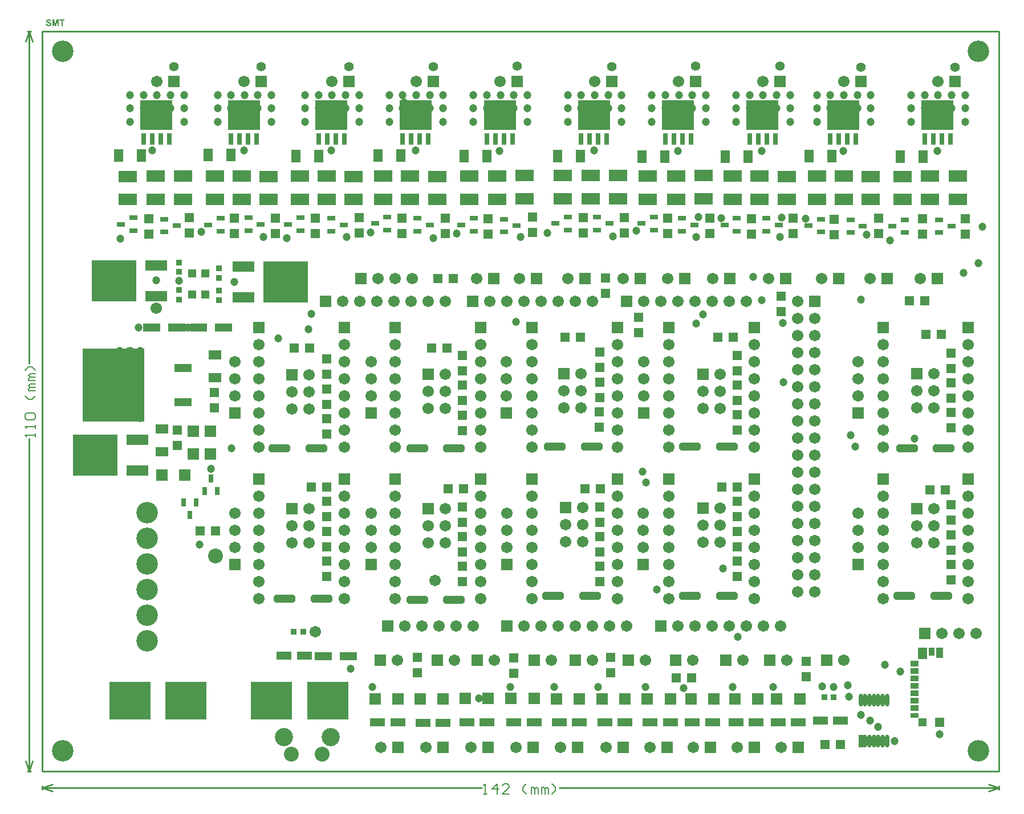
<source format=gts>
%FSTAX43Y43*%
%MOMM*%
G71*
G01*
G75*
G04 Layer_Color=8388736*
%ADD10R,2.540X1.524*%
%ADD11R,1.524X1.524*%
%ADD12R,0.600X1.000*%
%ADD13R,1.143X1.270*%
%ADD14R,1.524X1.524*%
%ADD15R,1.700X1.200*%
%ADD16R,1.270X1.143*%
%ADD17R,0.762X0.762*%
%ADD18R,1.100X1.000*%
%ADD19R,2.400X1.000*%
%ADD20R,3.000X1.400*%
%ADD21R,6.500X6.000*%
%ADD22R,1.000X0.600*%
%ADD23R,0.500X1.600*%
%ADD24R,4.500X4.200*%
G04:AMPARAMS|DCode=25|XSize=3mm|YSize=1mm|CornerRadius=0mm|HoleSize=0mm|Usage=FLASHONLY|Rotation=180.000|XOffset=0mm|YOffset=0mm|HoleType=Round|Shape=Octagon|*
%AMOCTAGOND25*
4,1,8,-1.500,0.250,-1.500,-0.250,-1.250,-0.500,1.250,-0.500,1.500,-0.250,1.500,0.250,1.250,0.500,-1.250,0.500,-1.500,0.250,0.0*
%
%ADD25OCTAGOND25*%

%ADD26R,2.400X1.050*%
%ADD27R,8.900X10.650*%
%ADD28R,1.200X1.700*%
%ADD29R,2.000X1.000*%
%ADD30R,1.200X1.150*%
%ADD31R,1.100X1.100*%
%ADD32R,0.700X1.000*%
%ADD33R,1.000X0.600*%
%ADD34R,1.000X0.700*%
%ADD35R,0.900X1.400*%
%ADD36R,1.200X1.450*%
%ADD37O,0.450X1.700*%
%ADD38R,0.450X1.700*%
%ADD39R,0.762X0.762*%
%ADD40C,0.600*%
%ADD41C,0.500*%
%ADD42C,0.400*%
%ADD43C,0.300*%
%ADD44C,1.200*%
%ADD45C,1.000*%
%ADD46C,1.500*%
%ADD47C,2.540*%
%ADD48C,0.800*%
%ADD49C,2.000*%
%ADD50C,0.700*%
%ADD51C,1.700*%
%ADD52C,1.300*%
%ADD53C,5.500*%
%ADD54C,5.000*%
%ADD55C,1.400*%
%ADD56C,1.600*%
%ADD57C,0.254*%
%ADD58C,0.152*%
%ADD59R,1.500X1.500*%
%ADD60C,1.500*%
%ADD61C,3.000*%
%ADD62R,1.500X1.500*%
%ADD63R,6.000X5.500*%
%ADD64C,2.500*%
%ADD65C,2.000*%
%ADD66C,1.200*%
%ADD67C,1.000*%
%ADD68C,0.250*%
%ADD69C,0.200*%
%ADD70C,0.305*%
%ADD71C,0.150*%
%ADD72C,0.100*%
%ADD73C,0.203*%
%ADD74R,1.700X0.550*%
%ADD75R,0.550X1.700*%
%ADD76R,2.743X1.727*%
%ADD77R,1.727X1.727*%
%ADD78R,0.803X1.203*%
%ADD79R,1.346X1.473*%
%ADD80R,1.727X1.727*%
%ADD81R,1.903X1.403*%
%ADD82R,1.473X1.346*%
%ADD83R,0.965X0.965*%
%ADD84R,1.303X1.203*%
%ADD85R,2.603X1.203*%
%ADD86R,3.203X1.603*%
%ADD87R,6.703X6.203*%
%ADD88R,1.203X0.803*%
%ADD89R,0.703X1.803*%
%ADD90R,4.703X4.403*%
G04:AMPARAMS|DCode=91|XSize=3.203mm|YSize=1.203mm|CornerRadius=0mm|HoleSize=0mm|Usage=FLASHONLY|Rotation=180.000|XOffset=0mm|YOffset=0mm|HoleType=Round|Shape=Octagon|*
%AMOCTAGOND91*
4,1,8,-1.602,0.301,-1.602,-0.301,-1.301,-0.602,1.301,-0.602,1.602,-0.301,1.602,0.301,1.301,0.602,-1.301,0.602,-1.602,0.301,0.0*
%
%ADD91OCTAGOND91*%

%ADD92R,2.603X1.253*%
%ADD93R,9.103X10.853*%
%ADD94R,1.403X1.903*%
%ADD95R,2.203X1.203*%
%ADD96R,1.403X1.353*%
%ADD97R,1.303X1.303*%
%ADD98R,0.903X1.203*%
%ADD99R,1.203X0.803*%
%ADD100R,1.203X0.903*%
%ADD101R,1.103X1.603*%
%ADD102R,1.403X1.653*%
%ADD103O,0.653X1.903*%
%ADD104R,0.653X1.903*%
%ADD105R,0.965X0.965*%
%ADD106R,1.703X1.703*%
%ADD107C,1.703*%
%ADD108C,3.203*%
%ADD109R,1.703X1.703*%
%ADD110R,6.203X5.703*%
%ADD111C,2.703*%
%ADD112C,2.203*%
%ADD113C,1.403*%
%ADD114C,1.203*%
G36*
X0003299Y0111561D02*
X0003013D01*
Y011075D01*
X0002815D01*
Y0111561D01*
X0002528D01*
Y0111726D01*
X0003299D01*
Y0111561D01*
D02*
G37*
G36*
X00024Y011075D02*
X0002218D01*
X0002216Y0111518D01*
X0002023Y011075D01*
X0001834D01*
X0001641Y0111518D01*
Y011075D01*
X0001458D01*
Y0111726D01*
X0001753D01*
X0001929Y0111059D01*
X0002103Y0111726D01*
X00024D01*
Y011075D01*
D02*
G37*
G36*
X0000921Y0111741D02*
X0000937Y011174D01*
X0000955Y0111738D01*
X0000974Y0111735D01*
X0000995Y0111732D01*
X0001039Y0111723D01*
X0001085Y0111708D01*
X0001108Y0111699D01*
X0001129Y0111688D01*
X0001149Y0111676D01*
X0001167Y0111661D01*
X0001169Y0111659D01*
X0001172Y0111656D01*
X0001176Y0111652D01*
X0001182Y0111646D01*
X0001189Y0111639D01*
X0001197Y0111628D01*
X0001206Y0111616D01*
X0001215Y0111603D01*
X0001224Y0111588D01*
X0001231Y0111572D01*
X0001247Y0111536D01*
X0001253Y0111515D01*
X0001259Y0111493D01*
X0001264Y0111469D01*
X0001265Y0111445D01*
X0001068Y0111438D01*
Y0111439D01*
Y0111441D01*
X0001065Y011145D01*
X0001062Y0111463D01*
X0001056Y011148D01*
X0001048Y0111497D01*
X0001039Y0111515D01*
X0001028Y0111532D01*
X0001013Y0111545D01*
X0001011Y0111546D01*
X0001005Y0111551D01*
X0000996Y0111555D01*
X0000983Y0111563D01*
X0000965Y0111569D01*
X0000944Y0111573D01*
X0000919Y0111578D01*
X0000889Y0111579D01*
X0000876D01*
X000086Y0111578D01*
X000084Y0111575D01*
X0000819Y011157D01*
X0000797Y0111564D01*
X0000775Y0111555D01*
X0000756Y0111543D01*
X0000754Y0111542D01*
X0000751Y0111539D01*
X0000747Y0111535D01*
X0000741Y0111527D01*
X0000735Y0111518D01*
X000073Y0111508D01*
X0000727Y0111496D01*
X0000726Y0111483D01*
Y0111481D01*
Y0111477D01*
X0000727Y0111471D01*
X0000729Y0111462D01*
X0000733Y0111453D01*
X0000738Y0111442D01*
X0000745Y0111434D01*
X0000754Y0111423D01*
X0000756Y0111422D01*
X0000762Y0111417D01*
X0000773Y0111411D01*
X0000781Y0111408D01*
X0000791Y0111404D01*
X0000802Y0111398D01*
X0000815Y0111393D01*
X0000828Y0111387D01*
X0000846Y0111383D01*
X0000864Y0111377D01*
X0000885Y0111371D01*
X0000909Y0111364D01*
X0000934Y0111358D01*
X0000935D01*
X000094Y0111356D01*
X0000947Y0111355D01*
X0000958Y0111352D01*
X000097Y0111349D01*
X0000983Y0111344D01*
X0001014Y0111337D01*
X000105Y0111325D01*
X0001084Y0111315D01*
X0001118Y0111301D01*
X0001133Y0111295D01*
X0001146Y0111288D01*
X0001148D01*
X0001149Y0111286D01*
X0001158Y0111282D01*
X000117Y0111273D01*
X0001185Y0111263D01*
X0001203Y0111248D01*
X0001221Y0111231D01*
X0001237Y0111211D01*
X0001253Y0111188D01*
X0001255Y0111185D01*
X0001259Y0111178D01*
X0001267Y0111163D01*
X0001274Y0111145D01*
X000128Y0111123D01*
X0001288Y0111096D01*
X0001292Y0111066D01*
X0001293Y0111034D01*
Y0111032D01*
Y0111029D01*
Y0111025D01*
Y0111019D01*
X0001291Y0111003D01*
X0001288Y0110982D01*
X0001282Y0110958D01*
X0001274Y0110931D01*
X0001262Y0110903D01*
X0001246Y0110875D01*
Y0110873D01*
X0001244Y0110872D01*
X0001237Y0110863D01*
X0001227Y011085D01*
X0001212Y0110835D01*
X0001194Y0110817D01*
X000117Y0110799D01*
X0001145Y0110781D01*
X0001114Y0110766D01*
X0001112D01*
X0001109Y0110765D01*
X0001105Y0110763D01*
X0001099Y011076D01*
X000109Y0110759D01*
X0001081Y0110756D01*
X0001069Y0110753D01*
X0001056Y011075D01*
X0001025Y0110743D01*
X0000989Y0110738D01*
X0000949Y0110734D01*
X0000903Y0110732D01*
X0000885D01*
X0000871Y0110734D01*
X0000857Y0110735D01*
X0000839Y0110737D01*
X0000819Y011074D01*
X0000797Y0110743D01*
X0000751Y0110753D01*
X0000727Y011076D01*
X0000704Y0110768D01*
X0000681Y0110778D01*
X0000659Y0110789D01*
X0000637Y0110802D01*
X0000617Y0110817D01*
X0000616Y0110818D01*
X0000613Y0110821D01*
X0000608Y0110826D01*
X0000601Y0110833D01*
X0000594Y0110842D01*
X0000585Y0110853D01*
X0000576Y0110866D01*
X0000565Y0110879D01*
X0000555Y0110897D01*
X0000545Y0110915D01*
X0000536Y0110936D01*
X0000525Y0110958D01*
X0000518Y0110982D01*
X000051Y0111009D01*
X0000504Y0111037D01*
X00005Y0111066D01*
X0000692Y0111086D01*
Y0111084D01*
X0000693Y0111081D01*
Y0111077D01*
X0000695Y0111069D01*
X0000699Y0111053D01*
X0000707Y0111031D01*
X0000715Y0111009D01*
X0000727Y0110985D01*
X0000742Y0110962D01*
X000076Y0110943D01*
X0000763Y0110942D01*
X000077Y0110936D01*
X0000782Y011093D01*
X0000799Y0110921D01*
X0000819Y0110913D01*
X0000843Y0110906D01*
X0000871Y01109D01*
X0000904Y0110899D01*
X0000921D01*
X0000937Y01109D01*
X0000958Y0110903D01*
X0000981Y0110909D01*
X0001005Y0110915D01*
X0001028Y0110925D01*
X0001047Y0110939D01*
X0001048Y011094D01*
X0001054Y0110946D01*
X0001062Y0110954D01*
X0001072Y0110965D01*
X0001081Y0110979D01*
X0001088Y0110995D01*
X0001094Y0111013D01*
X0001096Y0111032D01*
Y0111034D01*
Y0111038D01*
X0001094Y0111044D01*
X0001093Y0111053D01*
X0001087Y0111071D01*
X0001082Y0111081D01*
X0001075Y011109D01*
X0001074Y0111092D01*
X0001071Y0111095D01*
X0001066Y0111099D01*
X0001059Y0111105D01*
X0001048Y0111113D01*
X0001036Y0111118D01*
X0001022Y0111126D01*
X0001004Y0111133D01*
X0001002D01*
X0000996Y0111136D01*
X0000986Y0111139D01*
X0000971Y0111144D01*
X0000962Y0111147D01*
X000095Y011115D01*
X0000938Y0111153D01*
X0000923Y0111157D01*
X0000907Y0111162D01*
X0000889Y0111166D01*
X000087Y0111171D01*
X0000848Y0111176D01*
X0000846D01*
X000084Y0111178D01*
X0000833Y0111181D01*
X0000822Y0111184D01*
X0000809Y0111187D01*
X0000794Y0111191D01*
X0000762Y0111203D01*
X0000724Y0111217D01*
X0000687Y0111233D01*
X0000655Y0111252D01*
X000064Y0111263D01*
X0000626Y0111273D01*
X0000625Y0111275D01*
X0000622Y0111277D01*
X0000617Y0111282D01*
X0000613Y0111288D01*
X0000605Y0111295D01*
X0000598Y0111304D01*
X0000591Y0111316D01*
X0000582Y0111328D01*
X0000565Y0111356D01*
X0000551Y011139D01*
X0000546Y0111408D01*
X0000542Y0111428D01*
X0000539Y0111448D01*
X0000537Y0111469D01*
Y0111471D01*
Y0111472D01*
Y0111477D01*
Y0111483D01*
X000054Y0111496D01*
X0000543Y0111515D01*
X0000548Y0111536D01*
X0000555Y011156D01*
X0000565Y0111584D01*
X0000579Y0111609D01*
Y011161D01*
X000058Y0111612D01*
X0000586Y0111619D01*
X0000597Y0111631D01*
X000061Y0111646D01*
X0000626Y0111662D01*
X0000647Y0111679D01*
X0000671Y0111695D01*
X0000699Y0111708D01*
X0000701D01*
X0000702Y011171D01*
X0000708Y0111711D01*
X0000714Y0111714D01*
X0000721Y0111716D01*
X000073Y0111719D01*
X0000753Y0111726D01*
X0000781Y0111732D01*
X0000814Y0111737D01*
X0000851Y0111741D01*
X0000891Y0111743D01*
X0000909D01*
X0000921Y0111741D01*
D02*
G37*
D57*
X-0002254Y011D02*
X-0001746D01*
X-0002254Y0D02*
X-0001746D01*
X-0002Y011D02*
X-0001492Y0108476D01*
X-0002508D02*
X-0002Y011D01*
Y0D02*
X-0001492Y0001524D01*
X-0002508D02*
X-0002Y0D01*
Y0060612D02*
Y011D01*
Y0D02*
Y0049388D01*
X0Y0D02*
X0142D01*
X0D02*
Y011D01*
Y-00025D02*
X0065261D01*
X0076739D02*
X0142D01*
X0D02*
X0001524Y-0001992D01*
X0Y-00025D02*
X0001524Y-0003008D01*
X0140476Y-0001992D02*
X0142Y-00025D01*
X0140476Y-0003008D02*
X0142Y-00025D01*
X0Y-0002754D02*
Y-0002246D01*
X0142Y-0002754D02*
Y-0002246D01*
Y0D02*
Y011D01*
X0D02*
X009325D01*
X01134D02*
X0142D01*
X009325D02*
X01134D01*
D58*
X-0001086Y0049642D02*
Y005015D01*
Y0049896D01*
X-0002609D01*
X-0002355Y0049642D01*
X-0001086Y0050912D02*
Y005142D01*
Y0051166D01*
X-0002609D01*
X-0002355Y0050912D01*
Y0052181D02*
X-0002609Y0052435D01*
Y0052943D01*
X-0002355Y0053197D01*
X-000134D01*
X-0001086Y0052943D01*
Y0052435D01*
X-000134Y0052181D01*
X-0002355D01*
X-0001086Y0055736D02*
X-0001594Y0055228D01*
X-0002102D01*
X-0002609Y0055736D01*
X-0001086Y0056498D02*
X-0002102D01*
Y0056752D01*
X-0001848Y0057006D01*
X-0001086D01*
X-0001848D01*
X-0002102Y005726D01*
X-0001848Y0057514D01*
X-0001086D01*
Y0058022D02*
X-0002102D01*
Y0058275D01*
X-0001848Y0058529D01*
X-0001086D01*
X-0001848D01*
X-0002102Y0058783D01*
X-0001848Y0059037D01*
X-0001086D01*
Y0059545D02*
X-0001594Y0060053D01*
X-0002102D01*
X-0002609Y0059545D01*
X0065515Y-0003414D02*
X0066023D01*
X0065769D01*
Y-0001891D01*
X0065515Y-0002145D01*
X0067547Y-0003414D02*
Y-0001891D01*
X0066785Y-0002652D01*
X0067801D01*
X0069324Y-0003414D02*
X0068308D01*
X0069324Y-0002398D01*
Y-0002145D01*
X006907Y-0001891D01*
X0068562D01*
X0068308Y-0002145D01*
X0071863Y-0003414D02*
X0071355Y-0002906D01*
Y-0002398D01*
X0071863Y-0001891D01*
X0072625Y-0003414D02*
Y-0002398D01*
X0072879D01*
X0073133Y-0002652D01*
Y-0003414D01*
Y-0002652D01*
X0073387Y-0002398D01*
X0073641Y-0002652D01*
Y-0003414D01*
X0074149D02*
Y-0002398D01*
X0074402D01*
X0074656Y-0002652D01*
Y-0003414D01*
Y-0002652D01*
X007491Y-0002398D01*
X0075164Y-0002652D01*
Y-0003414D01*
X0075672D02*
X007618Y-0002906D01*
Y-0002398D01*
X0075672Y-0001891D01*
D76*
X00586Y00884D02*
D03*
Y0084971D02*
D03*
X00546Y0085D02*
D03*
Y0088429D02*
D03*
X00127Y00884D02*
D03*
Y0084971D02*
D03*
X00168Y0085D02*
D03*
Y0088429D02*
D03*
X00209Y0085D02*
D03*
Y0088429D02*
D03*
X00256Y0085D02*
D03*
Y0088429D02*
D03*
X00336Y00884D02*
D03*
Y0084971D02*
D03*
X00296Y0085D02*
D03*
Y0088429D02*
D03*
X00382Y0085D02*
D03*
Y0088429D02*
D03*
X00422Y0085D02*
D03*
Y0088429D02*
D03*
X00462Y00884D02*
D03*
Y0084971D02*
D03*
X00506Y0085D02*
D03*
Y0088429D02*
D03*
X00634D02*
D03*
Y0085D02*
D03*
X00675Y0088429D02*
D03*
Y0085D02*
D03*
X00716Y0085071D02*
D03*
Y00885D02*
D03*
X00773Y00851D02*
D03*
Y0088529D02*
D03*
X00814Y00851D02*
D03*
Y0088529D02*
D03*
X00855Y00885D02*
D03*
Y0085071D02*
D03*
X00899Y0085D02*
D03*
Y0088429D02*
D03*
X00941Y0085D02*
D03*
Y0088429D02*
D03*
X00982Y00885D02*
D03*
Y0085071D02*
D03*
X01025Y0085D02*
D03*
Y0088429D02*
D03*
X01105Y00884D02*
D03*
Y0084971D02*
D03*
X01065Y0085D02*
D03*
Y0088429D02*
D03*
X0115Y0085D02*
D03*
Y0088429D02*
D03*
X01359Y0088429D02*
D03*
Y0085D02*
D03*
X01318Y0088429D02*
D03*
Y0085D02*
D03*
X01277Y0084971D02*
D03*
Y00884D02*
D03*
X0123D02*
D03*
Y0084971D02*
D03*
X0119Y0085D02*
D03*
Y0088429D02*
D03*
D77*
X00224Y00471D02*
D03*
Y0050529D02*
D03*
X00249Y00471D02*
D03*
Y0050529D02*
D03*
D78*
X00219Y0038075D02*
D03*
X002095Y0039925D02*
D03*
X002285D02*
D03*
X0025Y0043525D02*
D03*
X002595Y0041675D02*
D03*
X002405D02*
D03*
D79*
X0023414Y00357D02*
D03*
X00257D02*
D03*
X0058714Y00732D02*
D03*
X0061D02*
D03*
X0128714Y00699D02*
D03*
X0131D02*
D03*
X0096386Y00139D02*
D03*
X00941D02*
D03*
X0133486Y00649D02*
D03*
X01312D02*
D03*
X0102586Y00645D02*
D03*
X01003D02*
D03*
X0079886Y00645D02*
D03*
X00776D02*
D03*
X0060086Y00629D02*
D03*
X00578D02*
D03*
X0039686D02*
D03*
X00374D02*
D03*
X0134086Y00418D02*
D03*
X01318D02*
D03*
X0103186Y00422D02*
D03*
X01009D02*
D03*
X0082886Y0042D02*
D03*
X00806D02*
D03*
X0062486D02*
D03*
X00602D02*
D03*
X0042186Y00422D02*
D03*
X00399D02*
D03*
X0116214Y0004D02*
D03*
X01185D02*
D03*
D80*
X00177Y0044D02*
D03*
X0021129D02*
D03*
X0049371Y001075D02*
D03*
X00528D02*
D03*
X0062771Y00108D02*
D03*
X00662D02*
D03*
X0056071Y00107D02*
D03*
X00595D02*
D03*
X007302Y00108D02*
D03*
X0069591D02*
D03*
X007972Y001075D02*
D03*
X0076291D02*
D03*
X008652D02*
D03*
X0083091D02*
D03*
X009322D02*
D03*
X0089791D02*
D03*
X009972D02*
D03*
X0096291D02*
D03*
X010622D02*
D03*
X0102791D02*
D03*
X011247D02*
D03*
X0109041D02*
D03*
D81*
X00177Y00475D02*
D03*
Y00509D02*
D03*
X00256Y00619D02*
D03*
Y00585D02*
D03*
D82*
X002Y0048414D02*
D03*
Y00507D02*
D03*
X00885Y0065214D02*
D03*
Y00675D02*
D03*
X00836Y0071014D02*
D03*
Y00733D02*
D03*
X01097Y0068314D02*
D03*
Y00706D02*
D03*
X00557Y0016886D02*
D03*
Y00146D02*
D03*
X007Y0016786D02*
D03*
Y00145D02*
D03*
X00844Y0014614D02*
D03*
Y00169D02*
D03*
X00991Y0082186D02*
D03*
Y00799D02*
D03*
X01115Y0082186D02*
D03*
Y00799D02*
D03*
X01053Y0082086D02*
D03*
Y00798D02*
D03*
X01134Y0014014D02*
D03*
Y00163D02*
D03*
X00255Y0056286D02*
D03*
Y0054D02*
D03*
X00158Y0082086D02*
D03*
Y00798D02*
D03*
X01349Y0051014D02*
D03*
Y00533D02*
D03*
Y0055414D02*
D03*
Y00577D02*
D03*
Y0062086D02*
D03*
Y00598D02*
D03*
X01032Y0050714D02*
D03*
Y0053D02*
D03*
Y0055114D02*
D03*
Y00574D02*
D03*
Y0061786D02*
D03*
Y00595D02*
D03*
X00827Y0051114D02*
D03*
Y00534D02*
D03*
X00828Y0055514D02*
D03*
Y00578D02*
D03*
Y0062286D02*
D03*
Y006D02*
D03*
X00624Y0050614D02*
D03*
Y00529D02*
D03*
Y0055114D02*
D03*
Y00574D02*
D03*
Y0061786D02*
D03*
Y00595D02*
D03*
X00422Y0050114D02*
D03*
Y00524D02*
D03*
Y0054514D02*
D03*
Y00568D02*
D03*
Y0061286D02*
D03*
Y0059D02*
D03*
X01349Y0028414D02*
D03*
Y00307D02*
D03*
Y0032814D02*
D03*
Y00351D02*
D03*
Y0039586D02*
D03*
Y00373D02*
D03*
X01032Y0028914D02*
D03*
Y00312D02*
D03*
Y0033314D02*
D03*
Y00356D02*
D03*
Y0040086D02*
D03*
Y00378D02*
D03*
X00828Y0028214D02*
D03*
Y00305D02*
D03*
Y0032614D02*
D03*
Y00349D02*
D03*
Y0039286D02*
D03*
Y0037D02*
D03*
X00624Y0028214D02*
D03*
Y00305D02*
D03*
Y0032614D02*
D03*
Y00349D02*
D03*
Y0039286D02*
D03*
Y0037D02*
D03*
X00422Y0028914D02*
D03*
Y00312D02*
D03*
Y0033314D02*
D03*
Y00356D02*
D03*
Y0040086D02*
D03*
Y00378D02*
D03*
X00218Y0082286D02*
D03*
Y008D02*
D03*
X00285Y0082186D02*
D03*
Y00799D02*
D03*
X00346Y0082186D02*
D03*
Y00799D02*
D03*
X00405Y0082186D02*
D03*
Y00799D02*
D03*
X0047Y0082286D02*
D03*
Y008D02*
D03*
X00534Y0082186D02*
D03*
Y00799D02*
D03*
X00598Y0082186D02*
D03*
Y00799D02*
D03*
X00662Y0082086D02*
D03*
Y00798D02*
D03*
X00728Y0082386D02*
D03*
Y00801D02*
D03*
X00803Y0082286D02*
D03*
Y008D02*
D03*
X00864Y0082286D02*
D03*
Y008D02*
D03*
X00928Y0082186D02*
D03*
Y00799D02*
D03*
X0137Y0082086D02*
D03*
Y00798D02*
D03*
X01307Y0082086D02*
D03*
Y00798D02*
D03*
X01242Y0082186D02*
D03*
Y00799D02*
D03*
X01176Y0081986D02*
D03*
Y00797D02*
D03*
D83*
X00203Y0075597D02*
D03*
Y00742D02*
D03*
Y0070103D02*
D03*
Y00715D02*
D03*
X0026175Y0074722D02*
D03*
Y0073325D02*
D03*
X00262Y0070003D02*
D03*
Y00714D02*
D03*
D84*
X00222Y0070825D02*
D03*
Y0073975D02*
D03*
X00242Y0070825D02*
D03*
Y0073975D02*
D03*
D85*
X00199Y00659D02*
D03*
X00162D02*
D03*
X00417Y00171D02*
D03*
X00454D02*
D03*
X00269Y00659D02*
D03*
X00232D02*
D03*
D86*
X0016935Y0075188D02*
D03*
X00169Y00706D02*
D03*
X0029815Y0070435D02*
D03*
X002985Y0075023D02*
D03*
X00141Y00447D02*
D03*
X0014135Y0049288D02*
D03*
D87*
X00106Y0072887D02*
D03*
X003615Y0072736D02*
D03*
X00078Y0046987D02*
D03*
D88*
X0113775Y00811D02*
D03*
X0115625Y008205D02*
D03*
Y008015D02*
D03*
X0109325Y00812D02*
D03*
X0107475Y008025D02*
D03*
Y008215D02*
D03*
X0101275Y00812D02*
D03*
X0103125Y008215D02*
D03*
Y008025D02*
D03*
X0049375Y00814D02*
D03*
X0051225Y008235D02*
D03*
Y008045D02*
D03*
X0057525Y00812D02*
D03*
X0055675Y008025D02*
D03*
Y008215D02*
D03*
X0019925Y00811D02*
D03*
X0018075Y008015D02*
D03*
Y008205D02*
D03*
X0011675Y00813D02*
D03*
X0013525Y008225D02*
D03*
Y008035D02*
D03*
X0024575Y00812D02*
D03*
X0026425Y008215D02*
D03*
Y008025D02*
D03*
X0032425Y00813D02*
D03*
X0030575Y008035D02*
D03*
Y008225D02*
D03*
X0036475Y00813D02*
D03*
X0038325Y008225D02*
D03*
Y008035D02*
D03*
X0044725Y00812D02*
D03*
X0042875Y008025D02*
D03*
Y008215D02*
D03*
X0062175Y00812D02*
D03*
X0064025Y008215D02*
D03*
Y008025D02*
D03*
X0070425Y00811D02*
D03*
X0068575Y008015D02*
D03*
Y008205D02*
D03*
X0076175Y00814D02*
D03*
X0078025Y008235D02*
D03*
Y008045D02*
D03*
X0084225Y00814D02*
D03*
X0082375Y008045D02*
D03*
Y008235D02*
D03*
X0088975Y00814D02*
D03*
X0090825Y008235D02*
D03*
Y008045D02*
D03*
X0096825Y00812D02*
D03*
X0094975Y008025D02*
D03*
Y008215D02*
D03*
X0135025Y0081D02*
D03*
X0133175Y008005D02*
D03*
Y008195D02*
D03*
X0126175Y0081D02*
D03*
X0128025Y008195D02*
D03*
Y008005D02*
D03*
X0121825Y0081D02*
D03*
X0119975Y008005D02*
D03*
Y008195D02*
D03*
D89*
X0066Y0094D02*
D03*
X006727D02*
D03*
X006854D02*
D03*
X006981D02*
D03*
X0117D02*
D03*
X011827D02*
D03*
X011954D02*
D03*
X012081D02*
D03*
X0015D02*
D03*
X001627D02*
D03*
X001754D02*
D03*
X001881D02*
D03*
X0028D02*
D03*
X002927D02*
D03*
X003054D02*
D03*
X003181D02*
D03*
X0041D02*
D03*
X004227D02*
D03*
X004354D02*
D03*
X004481D02*
D03*
X00535D02*
D03*
X005477D02*
D03*
X005604D02*
D03*
X005731D02*
D03*
X008D02*
D03*
X008127D02*
D03*
X008254D02*
D03*
X008381D02*
D03*
X0105D02*
D03*
X010627D02*
D03*
X010754D02*
D03*
X010881D02*
D03*
X00925D02*
D03*
X009377D02*
D03*
X009504D02*
D03*
X009631D02*
D03*
X0131D02*
D03*
X013227D02*
D03*
X013354D02*
D03*
X013481D02*
D03*
D90*
X0067905Y00975D02*
D03*
X0118905D02*
D03*
X0016905D02*
D03*
X0029905D02*
D03*
X0042905D02*
D03*
X0055405D02*
D03*
X0081905D02*
D03*
X0106905D02*
D03*
X0094405D02*
D03*
X0132905D02*
D03*
D91*
X0081312Y0026024D02*
D03*
X0075851D02*
D03*
X0055658Y0025491D02*
D03*
X0061119D02*
D03*
X0041434Y0025643D02*
D03*
X0035973D02*
D03*
X0127991Y0026024D02*
D03*
X0133452D02*
D03*
X0101632Y0048249D02*
D03*
X0096171D02*
D03*
X0076105D02*
D03*
X0081566D02*
D03*
X0061119Y004797D02*
D03*
X0055658D02*
D03*
X0035211Y0047995D02*
D03*
X0040672D02*
D03*
X0133833D02*
D03*
X0128372D02*
D03*
X0101632Y0026024D02*
D03*
X0096171D02*
D03*
D92*
X00209Y005486D02*
D03*
Y005994D02*
D03*
D93*
X001055Y00574D02*
D03*
D94*
X00113Y00915D02*
D03*
X00147D02*
D03*
X00246Y00916D02*
D03*
X0028D02*
D03*
X00376Y00914D02*
D03*
X0041D02*
D03*
X00498Y00915D02*
D03*
X00532D02*
D03*
X00626Y00914D02*
D03*
X0066D02*
D03*
X00765D02*
D03*
X00799D02*
D03*
X01014Y00913D02*
D03*
X01048D02*
D03*
X0089Y00913D02*
D03*
X00924D02*
D03*
X01138Y00914D02*
D03*
X01172D02*
D03*
X01274Y00913D02*
D03*
X01308D02*
D03*
D95*
X004975Y000725D02*
D03*
X005275D02*
D03*
X00565Y00072D02*
D03*
X00595D02*
D03*
X0063Y000725D02*
D03*
X0066D02*
D03*
X007D02*
D03*
X0073D02*
D03*
X007675D02*
D03*
X007975D02*
D03*
X008352D02*
D03*
X008652D02*
D03*
X009022D02*
D03*
X009322D02*
D03*
X00965D02*
D03*
X00995D02*
D03*
X0103D02*
D03*
X0106D02*
D03*
X010925D02*
D03*
X011225D02*
D03*
X00389Y00172D02*
D03*
X00359D02*
D03*
X01155Y00075D02*
D03*
X01185D02*
D03*
D96*
X013324Y0007225D02*
D03*
D97*
X013065D02*
D03*
D98*
X0132Y001775D02*
D03*
D99*
X01295Y00083D02*
D03*
D100*
Y00094D02*
D03*
Y00105D02*
D03*
Y00116D02*
D03*
Y00127D02*
D03*
Y00138D02*
D03*
Y00149D02*
D03*
Y0016D02*
D03*
D101*
X013324Y001756D02*
D03*
D102*
X013065Y0017525D02*
D03*
D103*
X01254Y00106D02*
D03*
X012475D02*
D03*
X01241D02*
D03*
X012345D02*
D03*
X01228D02*
D03*
X012215D02*
D03*
X01215D02*
D03*
X01254Y00045D02*
D03*
X012475D02*
D03*
X01241D02*
D03*
X012345D02*
D03*
X01228D02*
D03*
X012215D02*
D03*
D104*
X01215D02*
D03*
D105*
X01175Y0011D02*
D03*
X0116103D02*
D03*
X00387Y00207D02*
D03*
X0037303D02*
D03*
D106*
X0131Y00205D02*
D03*
X009272Y00035D02*
D03*
X009922Y00035D02*
D03*
X010572D02*
D03*
X011222D02*
D03*
X008627D02*
D03*
X007947D02*
D03*
X007282Y00035D02*
D03*
X00662D02*
D03*
X00595D02*
D03*
X00528D02*
D03*
X01355Y01025D02*
D03*
X01215D02*
D03*
X01095D02*
D03*
X0097D02*
D03*
X00845D02*
D03*
X00705D02*
D03*
X0058D02*
D03*
X00455D02*
D03*
X00325D02*
D03*
X00195D02*
D03*
X0063852Y0069839D02*
D03*
X00734Y00732D02*
D03*
X0042008Y0069839D02*
D03*
X0086712D02*
D03*
X0091792Y0021579D02*
D03*
X0068932D02*
D03*
X0067Y00732D02*
D03*
X00888D02*
D03*
X00806D02*
D03*
X01021D02*
D03*
X00954D02*
D03*
X01182D02*
D03*
X01104D02*
D03*
X01329D02*
D03*
X01254D02*
D03*
X00586Y00165D02*
D03*
X00502D02*
D03*
X0073D02*
D03*
X00646D02*
D03*
X01165D02*
D03*
X0108D02*
D03*
X01015D02*
D03*
X0094D02*
D03*
X0087D02*
D03*
X00791D02*
D03*
X0051279Y0021579D02*
D03*
X00473Y00732D02*
D03*
D107*
X013354Y00205D02*
D03*
X013608D02*
D03*
X013862D02*
D03*
X009018Y00035D02*
D03*
X009668Y00035D02*
D03*
X010318D02*
D03*
X010968D02*
D03*
X008373D02*
D03*
X007693D02*
D03*
X007028Y00035D02*
D03*
X006366D02*
D03*
X005696D02*
D03*
X005026D02*
D03*
X013296Y01025D02*
D03*
X011896D02*
D03*
X010696D02*
D03*
X009446D02*
D03*
X008196D02*
D03*
X006796D02*
D03*
X005546D02*
D03*
X004296D02*
D03*
X002996D02*
D03*
X001696D02*
D03*
X0112112Y0029199D02*
D03*
X0114652D02*
D03*
X0112112Y0031739D02*
D03*
X0114652D02*
D03*
X0112112Y0034279D02*
D03*
X0114652D02*
D03*
X0112112Y0036819D02*
D03*
X0114652D02*
D03*
X0112112Y0039359D02*
D03*
X0114652D02*
D03*
X0112112Y0041899D02*
D03*
X0114652D02*
D03*
X0112112Y0044439D02*
D03*
X0114652D02*
D03*
X0112112Y0046979D02*
D03*
X0114652D02*
D03*
X0112112Y0049519D02*
D03*
X0114652D02*
D03*
X0112112Y0052059D02*
D03*
X0114652D02*
D03*
X0112112Y0054599D02*
D03*
X0114652D02*
D03*
X0112112Y0057139D02*
D03*
X0114652D02*
D03*
X0112112Y0059679D02*
D03*
X0114652D02*
D03*
X0112112Y0062219D02*
D03*
X0114652D02*
D03*
X0112112Y0064759D02*
D03*
X0114652D02*
D03*
X0112112Y0067299D02*
D03*
X0114652D02*
D03*
X0112112Y0069839D02*
D03*
X0114652Y0026659D02*
D03*
X0112112D02*
D03*
X0066392Y0069839D02*
D03*
X0068932D02*
D03*
X0071472D02*
D03*
X0074012D02*
D03*
X0076552D02*
D03*
X0079092D02*
D03*
X0081632D02*
D03*
X007086Y00732D02*
D03*
X0065031Y0063362D02*
D03*
Y0060822D02*
D03*
Y0058282D02*
D03*
Y0055742D02*
D03*
Y0053202D02*
D03*
Y0050662D02*
D03*
Y0048122D02*
D03*
X0052356Y0063362D02*
D03*
Y0060822D02*
D03*
Y0058282D02*
D03*
Y0055742D02*
D03*
Y0053202D02*
D03*
Y0050662D02*
D03*
Y0048122D02*
D03*
X0085376Y0063362D02*
D03*
Y0060822D02*
D03*
Y0058282D02*
D03*
Y0055742D02*
D03*
Y0053202D02*
D03*
Y0050662D02*
D03*
Y0048122D02*
D03*
X0072701Y0063362D02*
D03*
Y0060822D02*
D03*
Y0058282D02*
D03*
Y0055742D02*
D03*
Y0053202D02*
D03*
Y0050662D02*
D03*
Y0048122D02*
D03*
X0032163Y0040883D02*
D03*
Y0038343D02*
D03*
Y0035803D02*
D03*
Y0033263D02*
D03*
Y0030723D02*
D03*
Y0028183D02*
D03*
Y0025643D02*
D03*
X0052356Y0040883D02*
D03*
Y0038343D02*
D03*
Y0035803D02*
D03*
Y0033263D02*
D03*
Y0030723D02*
D03*
Y0028183D02*
D03*
Y0025643D02*
D03*
X0072701Y0040883D02*
D03*
Y0038343D02*
D03*
Y0035803D02*
D03*
Y0033263D02*
D03*
Y0030723D02*
D03*
Y0028183D02*
D03*
Y0025643D02*
D03*
X0105721Y0063362D02*
D03*
Y0060822D02*
D03*
Y0058282D02*
D03*
Y0055742D02*
D03*
Y0053202D02*
D03*
Y0050662D02*
D03*
Y0048122D02*
D03*
X0085376Y0040883D02*
D03*
Y0038343D02*
D03*
Y0035803D02*
D03*
Y0033263D02*
D03*
Y0030723D02*
D03*
Y0028183D02*
D03*
Y0025643D02*
D03*
X0105721Y0040883D02*
D03*
Y0038343D02*
D03*
Y0035803D02*
D03*
Y0033263D02*
D03*
Y0030723D02*
D03*
Y0028183D02*
D03*
Y0025643D02*
D03*
X0093047Y0040883D02*
D03*
Y0038343D02*
D03*
Y0035803D02*
D03*
Y0033263D02*
D03*
Y0030723D02*
D03*
Y0028183D02*
D03*
Y0025643D02*
D03*
Y0063362D02*
D03*
Y0060822D02*
D03*
Y0058282D02*
D03*
Y0055742D02*
D03*
Y0053202D02*
D03*
Y0050662D02*
D03*
Y0048122D02*
D03*
X0137491Y0040883D02*
D03*
Y0038343D02*
D03*
Y0035803D02*
D03*
Y0033263D02*
D03*
Y0030723D02*
D03*
Y0028183D02*
D03*
Y0025643D02*
D03*
X0124816Y0040883D02*
D03*
Y0038343D02*
D03*
Y0035803D02*
D03*
Y0033263D02*
D03*
Y0030723D02*
D03*
Y0028183D02*
D03*
Y0025643D02*
D03*
X0047088Y0069839D02*
D03*
X0044548D02*
D03*
X0049628D02*
D03*
X0052168D02*
D03*
X0054708D02*
D03*
X0057248D02*
D03*
X0059788D02*
D03*
X0089252D02*
D03*
X0091792D02*
D03*
X0094332D02*
D03*
X0096872D02*
D03*
X0099412D02*
D03*
X0101952D02*
D03*
X0104492D02*
D03*
X0094332Y0021579D02*
D03*
X0096872D02*
D03*
X0099412D02*
D03*
X0101952D02*
D03*
X0104492D02*
D03*
X0107032D02*
D03*
X0109572D02*
D03*
X0071472D02*
D03*
X0074012D02*
D03*
X0076552D02*
D03*
X0079092D02*
D03*
X0081632D02*
D03*
X0084172D02*
D03*
X0086712D02*
D03*
X0044838Y0063362D02*
D03*
Y0060822D02*
D03*
Y0058282D02*
D03*
Y0055742D02*
D03*
Y0053202D02*
D03*
Y0050662D02*
D03*
Y0048122D02*
D03*
X0065031Y0040883D02*
D03*
Y0038343D02*
D03*
Y0035803D02*
D03*
Y0033263D02*
D03*
Y0030723D02*
D03*
Y0028183D02*
D03*
Y0025643D02*
D03*
X0044838Y0040883D02*
D03*
Y0038343D02*
D03*
Y0035803D02*
D03*
Y0033263D02*
D03*
Y0030723D02*
D03*
Y0028183D02*
D03*
Y0025643D02*
D03*
X0080198Y0034094D02*
D03*
Y0036634D02*
D03*
Y0039174D02*
D03*
X0132398Y0033894D02*
D03*
Y0036434D02*
D03*
Y0038974D02*
D03*
X0059798Y0033894D02*
D03*
Y0036434D02*
D03*
Y0038974D02*
D03*
X0039598Y0033894D02*
D03*
Y0036434D02*
D03*
Y0038974D02*
D03*
X0028607Y0033263D02*
D03*
Y0035803D02*
D03*
Y0038343D02*
D03*
X0039598Y0053794D02*
D03*
Y0056334D02*
D03*
Y0058874D02*
D03*
X0059798Y0053894D02*
D03*
Y0056434D02*
D03*
Y0058974D02*
D03*
X0079998Y0053994D02*
D03*
Y0056534D02*
D03*
Y0059074D02*
D03*
X0100617Y0053871D02*
D03*
Y0056411D02*
D03*
Y0058951D02*
D03*
X0068993Y0033263D02*
D03*
Y0035803D02*
D03*
Y0038343D02*
D03*
X0089186Y0033263D02*
D03*
Y0035803D02*
D03*
Y0038343D02*
D03*
X0121133Y0033263D02*
D03*
Y0035803D02*
D03*
Y0038343D02*
D03*
X00488Y0033263D02*
D03*
Y0035803D02*
D03*
Y0038343D02*
D03*
X0028607Y0055742D02*
D03*
Y0058282D02*
D03*
Y0060822D02*
D03*
X00488Y0055742D02*
D03*
Y0058282D02*
D03*
Y0060822D02*
D03*
X0068866Y0055742D02*
D03*
Y0058282D02*
D03*
Y0060822D02*
D03*
X0121133Y0055742D02*
D03*
Y0058282D02*
D03*
Y0060822D02*
D03*
X0037058Y0053794D02*
D03*
Y0056334D02*
D03*
X0057258Y0056434D02*
D03*
Y0053894D02*
D03*
X0077458Y0056534D02*
D03*
Y0053994D02*
D03*
X0129858Y0036434D02*
D03*
Y0033894D02*
D03*
X0037058Y0036434D02*
D03*
Y0033894D02*
D03*
X0077658Y0036634D02*
D03*
Y0034094D02*
D03*
X0098077Y0056411D02*
D03*
Y0053871D02*
D03*
X0057258Y0036434D02*
D03*
Y0033894D02*
D03*
X006446Y00732D02*
D03*
X008626D02*
D03*
X007806D02*
D03*
X009956D02*
D03*
X009286D02*
D03*
X011566D02*
D03*
X010786D02*
D03*
X013036D02*
D03*
X012286D02*
D03*
X006114Y00165D02*
D03*
X005274D02*
D03*
X007554D02*
D03*
X006714D02*
D03*
X011904D02*
D03*
X011054D02*
D03*
X010404D02*
D03*
X009654D02*
D03*
X008954D02*
D03*
X008164D02*
D03*
X0100598Y0033994D02*
D03*
Y0036534D02*
D03*
Y0039074D02*
D03*
X0098058Y0036534D02*
D03*
Y0033994D02*
D03*
X0089313Y0055742D02*
D03*
Y0058282D02*
D03*
Y0060822D02*
D03*
X0032163Y0063362D02*
D03*
Y0060822D02*
D03*
Y0058282D02*
D03*
Y0055742D02*
D03*
Y0053202D02*
D03*
Y0050662D02*
D03*
Y0048122D02*
D03*
X0063979Y0021579D02*
D03*
X0061439D02*
D03*
X0058899D02*
D03*
X0056359D02*
D03*
X0053819D02*
D03*
X0132398Y0053994D02*
D03*
Y0056534D02*
D03*
Y0059074D02*
D03*
X0129858Y0056534D02*
D03*
Y0053994D02*
D03*
X0137465Y0063362D02*
D03*
Y0060822D02*
D03*
Y0058282D02*
D03*
Y0055742D02*
D03*
Y0053202D02*
D03*
Y0050662D02*
D03*
Y0048122D02*
D03*
X0124816Y0063362D02*
D03*
Y0060822D02*
D03*
Y0058282D02*
D03*
Y0055742D02*
D03*
Y0053202D02*
D03*
Y0050662D02*
D03*
Y0048122D02*
D03*
X005492Y00732D02*
D03*
X005238D02*
D03*
X004984D02*
D03*
X00169Y00688D02*
D03*
X00405Y00207D02*
D03*
X00583Y00283D02*
D03*
D108*
X0139Y0003D02*
D03*
Y0107D02*
D03*
X0003D02*
D03*
Y0003D02*
D03*
X00155Y00194D02*
D03*
Y002321D02*
D03*
Y003083D02*
D03*
Y002702D02*
D03*
Y003464D02*
D03*
Y003845D02*
D03*
D109*
X0114652Y0069839D02*
D03*
X0065031Y0065902D02*
D03*
X0052356D02*
D03*
X0085376D02*
D03*
X0072701D02*
D03*
X0032163Y0043423D02*
D03*
X0052356D02*
D03*
X0072701D02*
D03*
X0105721Y0065902D02*
D03*
X0085376Y0043423D02*
D03*
X0105721D02*
D03*
X0093047D02*
D03*
Y0065902D02*
D03*
X0137491Y0043423D02*
D03*
X0124816D02*
D03*
X0044838Y0065902D02*
D03*
X0065031Y0043423D02*
D03*
X0044838D02*
D03*
X0028607Y0030723D02*
D03*
X0068993D02*
D03*
X0089186D02*
D03*
X0121133D02*
D03*
X00488D02*
D03*
X0028607Y0053202D02*
D03*
X00488D02*
D03*
X0068866D02*
D03*
X0121133D02*
D03*
X0037058Y0058874D02*
D03*
X0057258Y0058974D02*
D03*
X0077458Y0059074D02*
D03*
X0129858Y0038974D02*
D03*
X0037058D02*
D03*
X0077658Y0039174D02*
D03*
X0098077Y0058951D02*
D03*
X0057258Y0038974D02*
D03*
X0098058Y0039074D02*
D03*
X0089313Y0053202D02*
D03*
X0032163Y0065902D02*
D03*
X0129858Y0059074D02*
D03*
X0137465Y0065902D02*
D03*
X0124816D02*
D03*
D110*
X002133Y00105D02*
D03*
X004236D02*
D03*
X003403D02*
D03*
X0013D02*
D03*
D111*
X0042842Y000504D02*
D03*
X0035842D02*
D03*
D112*
X0036994Y00025D02*
D03*
X0041494D02*
D03*
X00257Y0032D02*
D03*
D113*
X00131Y00527D02*
D03*
X0013Y00624D02*
D03*
X00115Y00526D02*
D03*
X00195Y01047D02*
D03*
X00325D02*
D03*
X00455D02*
D03*
X0058D02*
D03*
X00705Y01048D02*
D03*
X00845Y01047D02*
D03*
X0097Y01048D02*
D03*
X01095D02*
D03*
X01215Y01046D02*
D03*
X01355D02*
D03*
D114*
X01196Y00128D02*
D03*
X01158Y00126D02*
D03*
X01175Y00125D02*
D03*
X01265Y00045D02*
D03*
X01332Y00055D02*
D03*
X00233Y00337D02*
D03*
X0012Y00728D02*
D03*
X00364D02*
D03*
X002155Y00659D02*
D03*
X00203Y00729D02*
D03*
X00285Y0072736D02*
D03*
X00143Y00659D02*
D03*
X00169Y0073D02*
D03*
X00703Y00668D02*
D03*
X00399Y006795D02*
D03*
X00847Y00795D02*
D03*
X01068Y007D02*
D03*
X01099Y00666D02*
D03*
X01008Y00822D02*
D03*
X00971Y00794D02*
D03*
X0058Y00792D02*
D03*
X00452Y00794D02*
D03*
X01098Y00823D02*
D03*
X01095Y00794D02*
D03*
X0071D02*
D03*
X01259Y00789D02*
D03*
X0139Y00755D02*
D03*
X01368Y00741D02*
D03*
X01396Y00809D02*
D03*
X01133Y00821D02*
D03*
X01224Y00797D02*
D03*
X00236Y00802D02*
D03*
X00974Y00824D02*
D03*
X00882Y00803D02*
D03*
X0075Y008D02*
D03*
X00615Y00799D02*
D03*
X00487Y00801D02*
D03*
X00363Y00792D02*
D03*
X00328Y00794D02*
D03*
X00116Y00791D02*
D03*
X00163Y00923D02*
D03*
X00299D02*
D03*
X00429D02*
D03*
X00554D02*
D03*
X00679Y00922D02*
D03*
X00819Y00923D02*
D03*
X00944Y00922D02*
D03*
X01068D02*
D03*
X01189D02*
D03*
X01329D02*
D03*
X0129Y01005D02*
D03*
X01229Y00075D02*
D03*
X01215Y00084D02*
D03*
X01241Y00066D02*
D03*
X0131Y00985D02*
D03*
X0135D02*
D03*
X0137D02*
D03*
X0133Y01005D02*
D03*
X0131D02*
D03*
X0129Y00985D02*
D03*
Y00965D02*
D03*
X0117Y00985D02*
D03*
X0121D02*
D03*
X0123Y00965D02*
D03*
Y00985D02*
D03*
Y01005D02*
D03*
X0121D02*
D03*
X0119D02*
D03*
X0117D02*
D03*
X0115D02*
D03*
Y00985D02*
D03*
Y00965D02*
D03*
X0105Y00985D02*
D03*
X0109D02*
D03*
X0111Y00965D02*
D03*
Y00985D02*
D03*
Y01005D02*
D03*
X0109D02*
D03*
X0107D02*
D03*
X0105D02*
D03*
X0103D02*
D03*
Y00985D02*
D03*
Y00965D02*
D03*
X00925Y00985D02*
D03*
X00965D02*
D03*
X00985Y00965D02*
D03*
Y00985D02*
D03*
Y01005D02*
D03*
X00965D02*
D03*
X00945D02*
D03*
X00925D02*
D03*
X00905D02*
D03*
Y00985D02*
D03*
Y00965D02*
D03*
X008Y00985D02*
D03*
X0084D02*
D03*
X0086Y00965D02*
D03*
Y00985D02*
D03*
Y01005D02*
D03*
X0084D02*
D03*
X0082D02*
D03*
X008D02*
D03*
X0078D02*
D03*
Y00985D02*
D03*
Y00965D02*
D03*
X007Y00985D02*
D03*
X0066D02*
D03*
Y01005D02*
D03*
X0068D02*
D03*
X007D02*
D03*
X0072D02*
D03*
Y00985D02*
D03*
Y00965D02*
D03*
X0064D02*
D03*
Y00985D02*
D03*
Y01005D02*
D03*
X00535Y00985D02*
D03*
X00575D02*
D03*
X00595Y00965D02*
D03*
Y00985D02*
D03*
Y01005D02*
D03*
X00575D02*
D03*
X00555D02*
D03*
X00535D02*
D03*
X00515D02*
D03*
Y00985D02*
D03*
Y00965D02*
D03*
X0041Y00985D02*
D03*
X0045D02*
D03*
X0047Y00965D02*
D03*
Y00985D02*
D03*
Y01005D02*
D03*
X0045D02*
D03*
X0043D02*
D03*
X0041D02*
D03*
X0039D02*
D03*
Y00985D02*
D03*
Y00965D02*
D03*
X0028Y00985D02*
D03*
X0032D02*
D03*
X0034Y00965D02*
D03*
Y00985D02*
D03*
Y01005D02*
D03*
X0032D02*
D03*
X003D02*
D03*
X0028D02*
D03*
X0026D02*
D03*
Y00985D02*
D03*
Y00965D02*
D03*
X0015Y00985D02*
D03*
X0019D02*
D03*
X0021Y00965D02*
D03*
Y00985D02*
D03*
Y01005D02*
D03*
X0019D02*
D03*
X0017D02*
D03*
X0015D02*
D03*
X0013D02*
D03*
Y00985D02*
D03*
Y00965D02*
D03*
X0101025Y00301D02*
D03*
X00891Y00445D02*
D03*
X00896Y00429D02*
D03*
X00981Y00679D02*
D03*
X010325Y002D02*
D03*
X01055Y00735D02*
D03*
X011Y00578D02*
D03*
X01215Y00701D02*
D03*
X012Y00499D02*
D03*
X00648Y00108D02*
D03*
X01251Y00158D02*
D03*
X01274Y00148D02*
D03*
X01198Y00111D02*
D03*
X00281Y0048D02*
D03*
X00395Y00657D02*
D03*
X0035Y00643D02*
D03*
X00971Y00665D02*
D03*
X01207Y00482D02*
D03*
X01295Y00494D02*
D03*
X00912Y0027D02*
D03*
X00145Y00625D02*
D03*
X00115D02*
D03*
X00145Y00525D02*
D03*
X0025Y00449D02*
D03*
X01085Y00125D02*
D03*
X01025D02*
D03*
X00895D02*
D03*
X00825D02*
D03*
X0076D02*
D03*
X00695D02*
D03*
X0049D02*
D03*
X00952Y00123D02*
D03*
X00458Y00152D02*
D03*
X0137Y00965D02*
D03*
Y01005D02*
D03*
X0135D02*
D03*
X00537Y00994D02*
D03*
M02*

</source>
